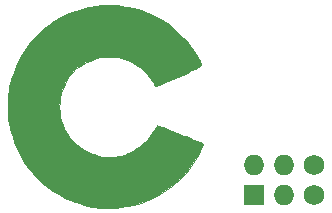
<source format=gbr>
G04 #@! TF.GenerationSoftware,KiCad,Pcbnew,(5.1.10)-1*
G04 #@! TF.CreationDate,2021-09-01T23:54:38-05:00*
G04 #@! TF.ProjectId,Bsides-KC-2021-WireX-Sponsor-SAO-SVG2Shenzen v1_00 (Paths),42736964-6573-42d4-9b43-2d323032312d,rev?*
G04 #@! TF.SameCoordinates,Original*
G04 #@! TF.FileFunction,Copper,L1,Top*
G04 #@! TF.FilePolarity,Positive*
%FSLAX46Y46*%
G04 Gerber Fmt 4.6, Leading zero omitted, Abs format (unit mm)*
G04 Created by KiCad (PCBNEW (5.1.10)-1) date 2021-09-01 23:54:38*
%MOMM*%
%LPD*%
G01*
G04 APERTURE LIST*
G04 #@! TA.AperFunction,EtchedComponent*
%ADD10C,0.010000*%
G04 #@! TD*
G04 #@! TA.AperFunction,ComponentPad*
%ADD11C,1.727200*%
G04 #@! TD*
G04 #@! TA.AperFunction,ComponentPad*
%ADD12O,1.727200X1.727200*%
G04 #@! TD*
G04 #@! TA.AperFunction,ComponentPad*
%ADD13R,1.727200X1.727200*%
G04 #@! TD*
G04 APERTURE END LIST*
D10*
G04 #@! TO.C,G\u002A\u002A\u002A*
G36*
X137643854Y-92387696D02*
G01*
X137874318Y-92392266D01*
X138088442Y-92400826D01*
X138276569Y-92413379D01*
X138383584Y-92424064D01*
X139001596Y-92517686D01*
X139603884Y-92650471D01*
X140190144Y-92822321D01*
X140760072Y-93033134D01*
X141313365Y-93282812D01*
X141814190Y-93550645D01*
X142164683Y-93768617D01*
X142515032Y-94018410D01*
X142867856Y-94302158D01*
X143225771Y-94621994D01*
X143591395Y-94980053D01*
X143683432Y-95074875D01*
X143970109Y-95382169D01*
X144224751Y-95675391D01*
X144452264Y-95961146D01*
X144657553Y-96246040D01*
X144845524Y-96536676D01*
X145021083Y-96839661D01*
X145091599Y-96970861D01*
X145166657Y-97116446D01*
X145221460Y-97230287D01*
X145257684Y-97316849D01*
X145277003Y-97380598D01*
X145281093Y-97426000D01*
X145273154Y-97454836D01*
X145236920Y-97493880D01*
X145162808Y-97547653D01*
X145052297Y-97615295D01*
X144906867Y-97695946D01*
X144727998Y-97788746D01*
X144531895Y-97885704D01*
X144456296Y-97921631D01*
X144351044Y-97970571D01*
X144219679Y-98030943D01*
X144065744Y-98101167D01*
X143892780Y-98179660D01*
X143704328Y-98264842D01*
X143503931Y-98355132D01*
X143295130Y-98448948D01*
X143081466Y-98544709D01*
X142866482Y-98640833D01*
X142653718Y-98735741D01*
X142446717Y-98827850D01*
X142249019Y-98915579D01*
X142064168Y-98997347D01*
X141895704Y-99071574D01*
X141747168Y-99136677D01*
X141622104Y-99191075D01*
X141524051Y-99233188D01*
X141456552Y-99261434D01*
X141423149Y-99274231D01*
X141420466Y-99274834D01*
X141404237Y-99257451D01*
X141371609Y-99209709D01*
X141326812Y-99138214D01*
X141274079Y-99049573D01*
X141254428Y-99015542D01*
X141185575Y-98898462D01*
X141108975Y-98773154D01*
X141034121Y-98654896D01*
X140972383Y-98561694D01*
X140723430Y-98235818D01*
X140443129Y-97936780D01*
X140134466Y-97666655D01*
X139800426Y-97427519D01*
X139443996Y-97221447D01*
X139068164Y-97050514D01*
X138675914Y-96916796D01*
X138560192Y-96885447D01*
X138196085Y-96810588D01*
X137817000Y-96766664D01*
X137432510Y-96753794D01*
X137052183Y-96772095D01*
X136685591Y-96821684D01*
X136502226Y-96860193D01*
X136169816Y-96956153D01*
X135835254Y-97084496D01*
X135505999Y-97241015D01*
X135189512Y-97421505D01*
X134893255Y-97621759D01*
X134624688Y-97837571D01*
X134419794Y-98034258D01*
X134230156Y-98253142D01*
X134045452Y-98503299D01*
X133873236Y-98773751D01*
X133727467Y-99040692D01*
X133565998Y-99407803D01*
X133440180Y-99791492D01*
X133350040Y-100187379D01*
X133295600Y-100591086D01*
X133276885Y-100998235D01*
X133293919Y-101404447D01*
X133346727Y-101805344D01*
X133435332Y-102196546D01*
X133559758Y-102573676D01*
X133706127Y-102904917D01*
X133898968Y-103243224D01*
X134128267Y-103564275D01*
X134390793Y-103865546D01*
X134683316Y-104144513D01*
X135002605Y-104398651D01*
X135345431Y-104625437D01*
X135708564Y-104822346D01*
X136088772Y-104986854D01*
X136482827Y-105116436D01*
X136563977Y-105138188D01*
X136926705Y-105215521D01*
X137279420Y-105256617D01*
X137629358Y-105261439D01*
X137983756Y-105229947D01*
X138349850Y-105162102D01*
X138489417Y-105127856D01*
X138793279Y-105040368D01*
X139064528Y-104943647D01*
X139312567Y-104833639D01*
X139546796Y-104706288D01*
X139716769Y-104598496D01*
X139992206Y-104398889D01*
X140260710Y-104176143D01*
X140516465Y-103936329D01*
X140753658Y-103685516D01*
X140966474Y-103429774D01*
X141149100Y-103175172D01*
X141268160Y-102978917D01*
X141334829Y-102865630D01*
X141402428Y-102763305D01*
X141466373Y-102677855D01*
X141522082Y-102615188D01*
X141564973Y-102581215D01*
X141579914Y-102576834D01*
X141604535Y-102584368D01*
X141664777Y-102605997D01*
X141756891Y-102640264D01*
X141877127Y-102685707D01*
X142021733Y-102740869D01*
X142186960Y-102804289D01*
X142369058Y-102874510D01*
X142564275Y-102950071D01*
X142768863Y-103029514D01*
X142979071Y-103111379D01*
X143191148Y-103194207D01*
X143401344Y-103276539D01*
X143605909Y-103356917D01*
X143801093Y-103433880D01*
X143983145Y-103505970D01*
X144148315Y-103571727D01*
X144292853Y-103629692D01*
X144413009Y-103678407D01*
X144447834Y-103692682D01*
X144682455Y-103790205D01*
X144887614Y-103877548D01*
X145061671Y-103953956D01*
X145202987Y-104018675D01*
X145309923Y-104070949D01*
X145380841Y-104110025D01*
X145414100Y-104135147D01*
X145416133Y-104138544D01*
X145419927Y-104160300D01*
X145416009Y-104191561D01*
X145402641Y-104236582D01*
X145378083Y-104299620D01*
X145340596Y-104384931D01*
X145288442Y-104496771D01*
X145219880Y-104639396D01*
X145167751Y-104746417D01*
X144889917Y-105273434D01*
X144586978Y-105767642D01*
X144256672Y-106231874D01*
X143896734Y-106668964D01*
X143504903Y-107081744D01*
X143078915Y-107473049D01*
X142816000Y-107690723D01*
X142335212Y-108047705D01*
X141834232Y-108367571D01*
X141312968Y-108650361D01*
X140771327Y-108896111D01*
X140209217Y-109104861D01*
X139626546Y-109276647D01*
X139023221Y-109411509D01*
X138399149Y-109509483D01*
X138394167Y-109510107D01*
X138286853Y-109520461D01*
X138144778Y-109529612D01*
X137975496Y-109537442D01*
X137786566Y-109543833D01*
X137585544Y-109548667D01*
X137379988Y-109551827D01*
X137177454Y-109553193D01*
X136985498Y-109552648D01*
X136811679Y-109550075D01*
X136663553Y-109545355D01*
X136554194Y-109538831D01*
X136285567Y-109506460D01*
X135988309Y-109452090D01*
X135668528Y-109377923D01*
X135332329Y-109286157D01*
X134985818Y-109178993D01*
X134635100Y-109058631D01*
X134286283Y-108927270D01*
X133945471Y-108787111D01*
X133618770Y-108640353D01*
X133312288Y-108489196D01*
X133032129Y-108335840D01*
X132784399Y-108182485D01*
X132778302Y-108178422D01*
X132456616Y-107950510D01*
X132132449Y-107695980D01*
X131811591Y-107420518D01*
X131499828Y-107129808D01*
X131202949Y-106829535D01*
X130926741Y-106525384D01*
X130676992Y-106223040D01*
X130459491Y-105928187D01*
X130404720Y-105847084D01*
X130195242Y-105509724D01*
X129992733Y-105144148D01*
X129799970Y-104757344D01*
X129619730Y-104356302D01*
X129454788Y-103948012D01*
X129307920Y-103539465D01*
X129181904Y-103137649D01*
X129079514Y-102749556D01*
X129003528Y-102382175D01*
X128985989Y-102275034D01*
X128964916Y-102103951D01*
X128948068Y-101899296D01*
X128935414Y-101668168D01*
X128926925Y-101417667D01*
X128922571Y-101154891D01*
X128922324Y-100886940D01*
X128926153Y-100620914D01*
X128934028Y-100363910D01*
X128945921Y-100123029D01*
X128961803Y-99905370D01*
X128981642Y-99718032D01*
X128997051Y-99613500D01*
X129048735Y-99349454D01*
X129117498Y-99058729D01*
X129200293Y-98751889D01*
X129294074Y-98439498D01*
X129395793Y-98132119D01*
X129502404Y-97840316D01*
X129525792Y-97780325D01*
X129768761Y-97219512D01*
X130044218Y-96685805D01*
X130351877Y-96179521D01*
X130691451Y-95700974D01*
X131062654Y-95250482D01*
X131465201Y-94828358D01*
X131898805Y-94434919D01*
X132363179Y-94070480D01*
X132858038Y-93735357D01*
X133383095Y-93429864D01*
X133552253Y-93341072D01*
X134097150Y-93084067D01*
X134650033Y-92867392D01*
X135214201Y-92690049D01*
X135792954Y-92551041D01*
X136389592Y-92449371D01*
X136584417Y-92424608D01*
X136751732Y-92409268D01*
X136950989Y-92397903D01*
X137172533Y-92390518D01*
X137406707Y-92387115D01*
X137643854Y-92387696D01*
G37*
X137643854Y-92387696D02*
X137874318Y-92392266D01*
X138088442Y-92400826D01*
X138276569Y-92413379D01*
X138383584Y-92424064D01*
X139001596Y-92517686D01*
X139603884Y-92650471D01*
X140190144Y-92822321D01*
X140760072Y-93033134D01*
X141313365Y-93282812D01*
X141814190Y-93550645D01*
X142164683Y-93768617D01*
X142515032Y-94018410D01*
X142867856Y-94302158D01*
X143225771Y-94621994D01*
X143591395Y-94980053D01*
X143683432Y-95074875D01*
X143970109Y-95382169D01*
X144224751Y-95675391D01*
X144452264Y-95961146D01*
X144657553Y-96246040D01*
X144845524Y-96536676D01*
X145021083Y-96839661D01*
X145091599Y-96970861D01*
X145166657Y-97116446D01*
X145221460Y-97230287D01*
X145257684Y-97316849D01*
X145277003Y-97380598D01*
X145281093Y-97426000D01*
X145273154Y-97454836D01*
X145236920Y-97493880D01*
X145162808Y-97547653D01*
X145052297Y-97615295D01*
X144906867Y-97695946D01*
X144727998Y-97788746D01*
X144531895Y-97885704D01*
X144456296Y-97921631D01*
X144351044Y-97970571D01*
X144219679Y-98030943D01*
X144065744Y-98101167D01*
X143892780Y-98179660D01*
X143704328Y-98264842D01*
X143503931Y-98355132D01*
X143295130Y-98448948D01*
X143081466Y-98544709D01*
X142866482Y-98640833D01*
X142653718Y-98735741D01*
X142446717Y-98827850D01*
X142249019Y-98915579D01*
X142064168Y-98997347D01*
X141895704Y-99071574D01*
X141747168Y-99136677D01*
X141622104Y-99191075D01*
X141524051Y-99233188D01*
X141456552Y-99261434D01*
X141423149Y-99274231D01*
X141420466Y-99274834D01*
X141404237Y-99257451D01*
X141371609Y-99209709D01*
X141326812Y-99138214D01*
X141274079Y-99049573D01*
X141254428Y-99015542D01*
X141185575Y-98898462D01*
X141108975Y-98773154D01*
X141034121Y-98654896D01*
X140972383Y-98561694D01*
X140723430Y-98235818D01*
X140443129Y-97936780D01*
X140134466Y-97666655D01*
X139800426Y-97427519D01*
X139443996Y-97221447D01*
X139068164Y-97050514D01*
X138675914Y-96916796D01*
X138560192Y-96885447D01*
X138196085Y-96810588D01*
X137817000Y-96766664D01*
X137432510Y-96753794D01*
X137052183Y-96772095D01*
X136685591Y-96821684D01*
X136502226Y-96860193D01*
X136169816Y-96956153D01*
X135835254Y-97084496D01*
X135505999Y-97241015D01*
X135189512Y-97421505D01*
X134893255Y-97621759D01*
X134624688Y-97837571D01*
X134419794Y-98034258D01*
X134230156Y-98253142D01*
X134045452Y-98503299D01*
X133873236Y-98773751D01*
X133727467Y-99040692D01*
X133565998Y-99407803D01*
X133440180Y-99791492D01*
X133350040Y-100187379D01*
X133295600Y-100591086D01*
X133276885Y-100998235D01*
X133293919Y-101404447D01*
X133346727Y-101805344D01*
X133435332Y-102196546D01*
X133559758Y-102573676D01*
X133706127Y-102904917D01*
X133898968Y-103243224D01*
X134128267Y-103564275D01*
X134390793Y-103865546D01*
X134683316Y-104144513D01*
X135002605Y-104398651D01*
X135345431Y-104625437D01*
X135708564Y-104822346D01*
X136088772Y-104986854D01*
X136482827Y-105116436D01*
X136563977Y-105138188D01*
X136926705Y-105215521D01*
X137279420Y-105256617D01*
X137629358Y-105261439D01*
X137983756Y-105229947D01*
X138349850Y-105162102D01*
X138489417Y-105127856D01*
X138793279Y-105040368D01*
X139064528Y-104943647D01*
X139312567Y-104833639D01*
X139546796Y-104706288D01*
X139716769Y-104598496D01*
X139992206Y-104398889D01*
X140260710Y-104176143D01*
X140516465Y-103936329D01*
X140753658Y-103685516D01*
X140966474Y-103429774D01*
X141149100Y-103175172D01*
X141268160Y-102978917D01*
X141334829Y-102865630D01*
X141402428Y-102763305D01*
X141466373Y-102677855D01*
X141522082Y-102615188D01*
X141564973Y-102581215D01*
X141579914Y-102576834D01*
X141604535Y-102584368D01*
X141664777Y-102605997D01*
X141756891Y-102640264D01*
X141877127Y-102685707D01*
X142021733Y-102740869D01*
X142186960Y-102804289D01*
X142369058Y-102874510D01*
X142564275Y-102950071D01*
X142768863Y-103029514D01*
X142979071Y-103111379D01*
X143191148Y-103194207D01*
X143401344Y-103276539D01*
X143605909Y-103356917D01*
X143801093Y-103433880D01*
X143983145Y-103505970D01*
X144148315Y-103571727D01*
X144292853Y-103629692D01*
X144413009Y-103678407D01*
X144447834Y-103692682D01*
X144682455Y-103790205D01*
X144887614Y-103877548D01*
X145061671Y-103953956D01*
X145202987Y-104018675D01*
X145309923Y-104070949D01*
X145380841Y-104110025D01*
X145414100Y-104135147D01*
X145416133Y-104138544D01*
X145419927Y-104160300D01*
X145416009Y-104191561D01*
X145402641Y-104236582D01*
X145378083Y-104299620D01*
X145340596Y-104384931D01*
X145288442Y-104496771D01*
X145219880Y-104639396D01*
X145167751Y-104746417D01*
X144889917Y-105273434D01*
X144586978Y-105767642D01*
X144256672Y-106231874D01*
X143896734Y-106668964D01*
X143504903Y-107081744D01*
X143078915Y-107473049D01*
X142816000Y-107690723D01*
X142335212Y-108047705D01*
X141834232Y-108367571D01*
X141312968Y-108650361D01*
X140771327Y-108896111D01*
X140209217Y-109104861D01*
X139626546Y-109276647D01*
X139023221Y-109411509D01*
X138399149Y-109509483D01*
X138394167Y-109510107D01*
X138286853Y-109520461D01*
X138144778Y-109529612D01*
X137975496Y-109537442D01*
X137786566Y-109543833D01*
X137585544Y-109548667D01*
X137379988Y-109551827D01*
X137177454Y-109553193D01*
X136985498Y-109552648D01*
X136811679Y-109550075D01*
X136663553Y-109545355D01*
X136554194Y-109538831D01*
X136285567Y-109506460D01*
X135988309Y-109452090D01*
X135668528Y-109377923D01*
X135332329Y-109286157D01*
X134985818Y-109178993D01*
X134635100Y-109058631D01*
X134286283Y-108927270D01*
X133945471Y-108787111D01*
X133618770Y-108640353D01*
X133312288Y-108489196D01*
X133032129Y-108335840D01*
X132784399Y-108182485D01*
X132778302Y-108178422D01*
X132456616Y-107950510D01*
X132132449Y-107695980D01*
X131811591Y-107420518D01*
X131499828Y-107129808D01*
X131202949Y-106829535D01*
X130926741Y-106525384D01*
X130676992Y-106223040D01*
X130459491Y-105928187D01*
X130404720Y-105847084D01*
X130195242Y-105509724D01*
X129992733Y-105144148D01*
X129799970Y-104757344D01*
X129619730Y-104356302D01*
X129454788Y-103948012D01*
X129307920Y-103539465D01*
X129181904Y-103137649D01*
X129079514Y-102749556D01*
X129003528Y-102382175D01*
X128985989Y-102275034D01*
X128964916Y-102103951D01*
X128948068Y-101899296D01*
X128935414Y-101668168D01*
X128926925Y-101417667D01*
X128922571Y-101154891D01*
X128922324Y-100886940D01*
X128926153Y-100620914D01*
X128934028Y-100363910D01*
X128945921Y-100123029D01*
X128961803Y-99905370D01*
X128981642Y-99718032D01*
X128997051Y-99613500D01*
X129048735Y-99349454D01*
X129117498Y-99058729D01*
X129200293Y-98751889D01*
X129294074Y-98439498D01*
X129395793Y-98132119D01*
X129502404Y-97840316D01*
X129525792Y-97780325D01*
X129768761Y-97219512D01*
X130044218Y-96685805D01*
X130351877Y-96179521D01*
X130691451Y-95700974D01*
X131062654Y-95250482D01*
X131465201Y-94828358D01*
X131898805Y-94434919D01*
X132363179Y-94070480D01*
X132858038Y-93735357D01*
X133383095Y-93429864D01*
X133552253Y-93341072D01*
X134097150Y-93084067D01*
X134650033Y-92867392D01*
X135214201Y-92690049D01*
X135792954Y-92551041D01*
X136389592Y-92449371D01*
X136584417Y-92424608D01*
X136751732Y-92409268D01*
X136950989Y-92397903D01*
X137172533Y-92390518D01*
X137406707Y-92387115D01*
X137643854Y-92387696D01*
G04 #@! TD*
D11*
G04 #@! TO.P,X1,5*
G04 #@! TO.N,Net-(X1-Pad5)*
X154830200Y-105948400D03*
G04 #@! TO.P,X1,6*
G04 #@! TO.N,Net-(X1-Pad6)*
X154830200Y-108488400D03*
D12*
G04 #@! TO.P,X1,3*
G04 #@! TO.N,Net-(X1-Pad3)*
X152290200Y-105948400D03*
G04 #@! TO.P,X1,4*
G04 #@! TO.N,Net-(X1-Pad4)*
X152290200Y-108488400D03*
G04 #@! TO.P,X1,1*
G04 #@! TO.N,Net-(X1-Pad1)*
X149750200Y-105948400D03*
D13*
G04 #@! TO.P,X1,2*
G04 #@! TO.N,Net-(X1-Pad2)*
X149750200Y-108488400D03*
G04 #@! TD*
M02*

</source>
